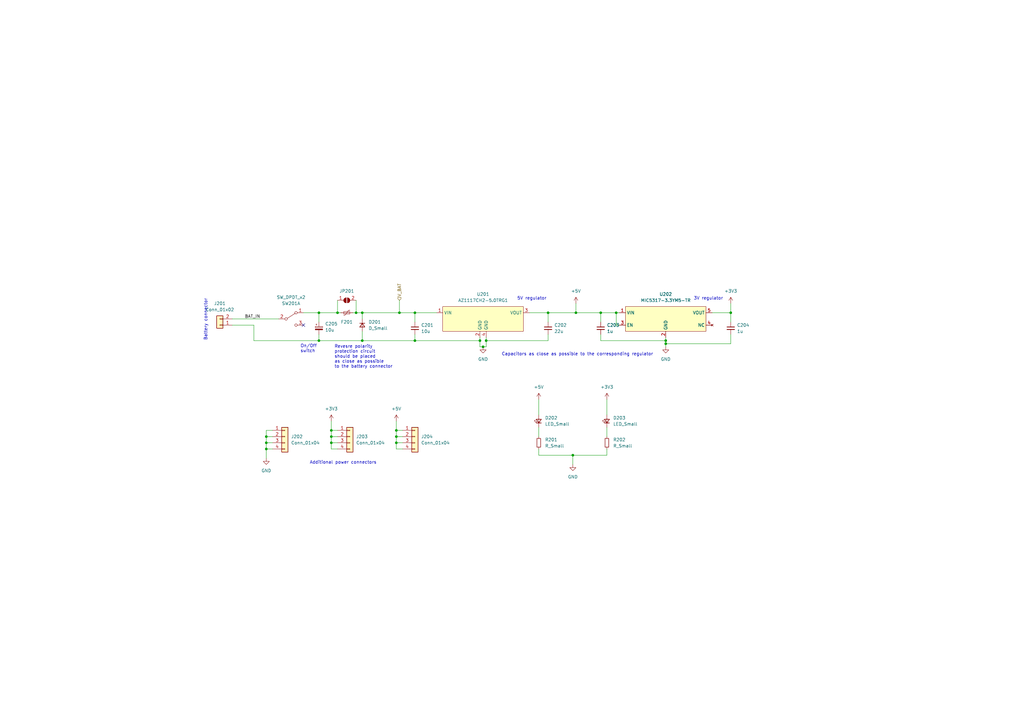
<source format=kicad_sch>
(kicad_sch (version 20211123) (generator eeschema)
  (paper "A3")
  (title_block (title "Projet Robot ESE") (date "2022-10-06") (rev "1.0") (company "ENSEA"))
  (lib_symbols
    (symbol "AZ1117CH2-5.0TRG1:AZ1117CH2-5.0TRG1"
      (property "Reference" "U" (at 0 6.35 0))
      (property "Value" "AZ1117CH2-5.0TRG1" (at 0 8.89 0))
      (symbol "AZ1117CH2-5.0TRG1_0_1"
        (polyline (pts (xy -16.51 2.54) (xy -16.51 5.08) (xy 16.51 5.08) (xy 16.51 -5.08) (xy -16.51 -5.08) (xy -16.51 2.54)) (fill (type background)))
      )
      (symbol "AZ1117CH2-5.0TRG1_1_1"
        (pin power_in line (at -19.05 2.54 0) (length 2.54) (name "VIN") (number "1"))
        (pin power_in line (at -1.27 -7.62 90) (length 2.54) (name "GND") (number "2"))
        (pin power_out line (at 19.05 2.54 180) (length 2.54) (name "VOUT") (number "3"))
        (pin power_out line (at 1.27 -7.62 90) (length 2.54) (name "GND") (number "4"))
      )
    )
    (symbol "Connector_Generic:Conn_01x02" (pin_names (offset 1.016) hide)
      (property "Reference" "J" (at 0 2.54 0))
      (property "Value" "Conn_01x02" (at 0 -5.08 0))
      (symbol "Conn_01x02_1_1"
        (rectangle (start -1.27 -2.413) (end 0 -2.667) (stroke (width 0.1524)))
        (rectangle (start -1.27 0.127) (end 0 -0.127) (stroke (width 0.1524)))
        (rectangle (start -1.27 1.27) (end 1.27 -3.81) (stroke (width 0.254)) (fill (type background)))
        (pin passive line (at -5.08 0 0) (length 3.81) (name "Pin_1") (number "1"))
        (pin passive line (at -5.08 -2.54 0) (length 3.81) (name "Pin_2") (number "2"))
      )
    )
    (symbol "Connector_Generic:Conn_01x04" (pin_names (offset 1.016) hide)
      (property "Reference" "J" (at 0 5.08 0))
      (property "Value" "Conn_01x04" (at 0 -7.62 0))
      (symbol "Conn_01x04_1_1"
        (rectangle (start -1.27 -4.953) (end 0 -5.207) (stroke (width 0.1524)))
        (rectangle (start -1.27 -2.413) (end 0 -2.667) (stroke (width 0.1524)))
        (rectangle (start -1.27 0.127) (end 0 -0.127) (stroke (width 0.1524)))
        (rectangle (start -1.27 2.667) (end 0 2.413) (stroke (width 0.1524)))
        (rectangle (start -1.27 3.81) (end 1.27 -6.35) (stroke (width 0.254)) (fill (type background)))
        (pin passive line (at -5.08 2.54 0) (length 3.81) (name "Pin_1") (number "1"))
        (pin passive line (at -5.08 0 0) (length 3.81) (name "Pin_2") (number "2"))
        (pin passive line (at -5.08 -2.54 0) (length 3.81) (name "Pin_3") (number "3"))
        (pin passive line (at -5.08 -5.08 0) (length 3.81) (name "Pin_4") (number "4"))
      )
    )
    (symbol "Device:C_Polarized_Small" (pin_numbers hide) (pin_names (offset 0.254) hide)
      (property "Reference" "C" (at 0.254 1.778 0))
      (property "Value" "C_Polarized_Small" (at 0.254 -2.032 0))
      (symbol "C_Polarized_Small_0_1"
        (rectangle (start -1.524 -0.3048) (end 1.524 -0.6858) (fill (type outline)))
        (rectangle (start -1.524 0.6858) (end 1.524 0.3048))
        (polyline (pts (xy -1.27 1.524) (xy -0.762 1.524)))
        (polyline (pts (xy -1.016 1.27) (xy -1.016 1.778)))
      )
      (symbol "C_Polarized_Small_1_1"
        (pin passive line (at 0 2.54 270) (length 1.8542) (name "~") (number "1"))
        (pin passive line (at 0 -2.54 90) (length 1.8542) (name "~") (number "2"))
      )
    )
    (symbol "Device:C_Small" (pin_numbers hide) (pin_names (offset 0.254) hide)
      (property "Reference" "C" (at 0.254 1.778 0))
      (property "Value" "C_Small" (at 0.254 -2.032 0))
      (symbol "C_Small_0_1"
        (polyline (pts (xy -1.524 -0.508) (xy 1.524 -0.508)) (stroke (width 0.3302)))
        (polyline (pts (xy -1.524 0.508) (xy 1.524 0.508)) (stroke (width 0.3048)))
      )
      (symbol "C_Small_1_1"
        (pin passive line (at 0 2.54 270) (length 2.032) (name "~") (number "1"))
        (pin passive line (at 0 -2.54 90) (length 2.032) (name "~") (number "2"))
      )
    )
    (symbol "Device:D_Small" (pin_numbers hide) (pin_names (offset 0.254) hide)
      (property "Reference" "D" (at -1.27 2.032 0))
      (property "Value" "D_Small" (at -3.81 -2.032 0))
      (symbol "D_Small_0_1"
        (polyline (pts (xy -0.762 -1.016) (xy -0.762 1.016)) (stroke (width 0.254)))
        (polyline (pts (xy -0.762 0) (xy 0.762 0)))
        (polyline (pts (xy 0.762 -1.016) (xy -0.762 0) (xy 0.762 1.016) (xy 0.762 -1.016)) (stroke (width 0.254)))
      )
      (symbol "D_Small_1_1"
        (pin passive line (at -2.54 0 0) (length 1.778) (name "K") (number "1"))
        (pin passive line (at 2.54 0 180) (length 1.778) (name "A") (number "2"))
      )
    )
    (symbol "Device:LED_Small" (pin_numbers hide) (pin_names (offset 0.254) hide)
      (property "Reference" "D" (at -1.27 3.175 0))
      (property "Value" "LED_Small" (at -4.445 -2.54 0))
      (symbol "LED_Small_0_1"
        (polyline (pts (xy -0.762 -1.016) (xy -0.762 1.016)) (stroke (width 0.254)))
        (polyline (pts (xy 1.016 0) (xy -0.762 0)))
        (polyline (pts (xy 0.762 -1.016) (xy -0.762 0) (xy 0.762 1.016) (xy 0.762 -1.016)) (stroke (width 0.254)))
        (polyline (pts (xy 0 0.762) (xy -0.508 1.27) (xy -0.254 1.27) (xy -0.508 1.27) (xy -0.508 1.016)))
        (polyline (pts (xy 0.508 1.27) (xy 0 1.778) (xy 0.254 1.778) (xy 0 1.778) (xy 0 1.524)))
      )
      (symbol "LED_Small_1_1"
        (pin passive line (at -2.54 0 0) (length 1.778) (name "K") (number "1"))
        (pin passive line (at 2.54 0 180) (length 1.778) (name "A") (number "2"))
      )
    )
    (symbol "Device:Polyfuse_Small" (pin_numbers hide) (pin_names (offset 0))
      (property "Reference" "F" (at -1.905 0 90))
      (property "Value" "Polyfuse_Small" (at 1.905 0 90))
      (symbol "Polyfuse_Small_0_1"
        (rectangle (start -0.508 1.27) (end 0.508 -1.27))
        (polyline (pts (xy 0 2.54) (xy 0 -2.54)))
        (polyline (pts (xy -1.016 1.27) (xy -1.016 0.762) (xy 1.016 -0.762) (xy 1.016 -1.27)))
      )
      (symbol "Polyfuse_Small_1_1"
        (pin passive line (at 0 2.54 270) (length 0.635) (name "~") (number "1"))
        (pin passive line (at 0 -2.54 90) (length 0.635) (name "~") (number "2"))
      )
    )
    (symbol "Device:R_Small" (pin_numbers hide) (pin_names (offset 0.254) hide)
      (property "Reference" "R" (at 0.762 0.508 0))
      (property "Value" "R_Small" (at 0.762 -1.016 0))
      (symbol "R_Small_0_1"
        (rectangle (start -0.762 1.778) (end 0.762 -1.778) (stroke (width 0.2032)))
      )
      (symbol "R_Small_1_1"
        (pin passive line (at 0 2.54 270) (length 0.762) (name "~") (number "1"))
        (pin passive line (at 0 -2.54 90) (length 0.762) (name "~") (number "2"))
      )
    )
    (symbol "Jumper:SolderJumper_2_Open" (pin_names (offset 0) hide)
      (property "Reference" "JP" (at 0 2.032 0))
      (property "Value" "SolderJumper_2_Open" (at 0 -2.54 0))
      (symbol "SolderJumper_2_Open_0_1"
        (arc (start -0.254 1.016) (mid -1.27 0) (end -0.254 -1.016))
        (arc (start -0.254 1.016) (mid -1.27 0) (end -0.254 -1.016) (fill (type outline)))
        (polyline (pts (xy -0.254 1.016) (xy -0.254 -1.016)))
        (polyline (pts (xy 0.254 1.016) (xy 0.254 -1.016)))
        (arc (start 0.254 -1.016) (mid 1.27 0) (end 0.254 1.016))
        (arc (start 0.254 -1.016) (mid 1.27 0) (end 0.254 1.016) (fill (type outline)))
      )
      (symbol "SolderJumper_2_Open_1_1"
        (pin passive line (at -3.81 0 0) (length 2.54) (name "A") (number "1"))
        (pin passive line (at 3.81 0 180) (length 2.54) (name "B") (number "2"))
      )
    )
    (symbol "MIC5317-3.3YM5-TR:MIC5317-3.3YM5-TR"
      (property "Reference" "U" (at 0 11.43 0))
      (property "Value" "MIC5317-3.3YM5-TR" (at 0 13.97 0))
      (symbol "MIC5317-3.3YM5-TR_0_1"
        (polyline (pts (xy 16.51 7.62) (xy 16.51 10.16) (xy -16.51 10.16) (xy -16.51 0) (xy 16.51 0) (xy 16.51 7.62)) (fill (type background)))
      )
      (symbol "MIC5317-3.3YM5-TR_1_1"
        (pin power_in line (at -19.05 7.62 0) (length 2.54) (name "VIN") (number "1"))
        (pin power_in line (at 0 -2.54 90) (length 2.54) (name "GND") (number "2"))
        (pin bidirectional line (at -19.05 2.54 0) (length 2.54) (name "EN") (number "3"))
        (pin no_connect line (at 19.05 2.54 180) (length 2.54) (name "NC") (number "4"))
        (pin power_out line (at 19.05 7.62 180) (length 2.54) (name "VOUT") (number "5"))
      )
    )
    (symbol "Switch:SW_DPDT_x2" (pin_names (offset 0) hide)
      (property "Reference" "SW" (at 0 4.318 0))
      (property "Value" "SW_DPDT_x2" (at 0 -5.08 0))
      (symbol "SW_DPDT_x2_0_0"
        (circle (center -2.032 0) (radius 0.508))
        (circle (center 2.032 -2.54) (radius 0.508))
      )
      (symbol "SW_DPDT_x2_0_1"
        (polyline (pts (xy -1.524 0.254) (xy 1.651 2.286)))
        (circle (center 2.032 2.54) (radius 0.508))
      )
      (symbol "SW_DPDT_x2_1_1"
        (pin passive line (at 5.08 2.54 180) (length 2.54) (name "A") (number "1"))
        (pin passive line (at -5.08 0 0) (length 2.54) (name "B") (number "2"))
        (pin passive line (at 5.08 -2.54 180) (length 2.54) (name "C") (number "3"))
      )
      (symbol "SW_DPDT_x2_2_1"
        (pin passive line (at 5.08 2.54 180) (length 2.54) (name "A") (number "4"))
        (pin passive line (at -5.08 0 0) (length 2.54) (name "B") (number "5"))
        (pin passive line (at 5.08 -2.54 180) (length 2.54) (name "C") (number "6"))
      )
    )
    (symbol "power:+3V3" (power) (pin_names (offset 0))
      (property "Value" "+3V3" (at 0 3.556 0))
      (symbol "+3V3_0_1"
        (polyline (pts (xy -0.762 1.27) (xy 0 2.54)))
        (polyline (pts (xy 0 0) (xy 0 2.54)))
        (polyline (pts (xy 0 2.54) (xy 0.762 1.27)))
      )
      (symbol "+3V3_1_1"
        (pin power_in line (at 0 0 90) (length 0) hide (name "+3V3") (number "1"))
      )
    )
    (symbol "power:+5V" (power) (pin_names (offset 0))
      (property "Value" "+5V" (at 0 3.556 0))
      (symbol "+5V_0_1"
        (polyline (pts (xy -0.762 1.27) (xy 0 2.54)))
        (polyline (pts (xy 0 0) (xy 0 2.54)))
        (polyline (pts (xy 0 2.54) (xy 0.762 1.27)))
      )
      (symbol "+5V_1_1"
        (pin power_in line (at 0 0 90) (length 0) hide (name "+5V") (number "1"))
      )
    )
    (symbol "power:GND" (power) (pin_names (offset 0))
      (property "Value" "GND" (at 0 -3.81 0))
      (symbol "GND_0_1"
        (polyline (pts (xy 0 0) (xy 0 -1.27) (xy 1.27 -1.27) (xy 0 -2.54) (xy -1.27 -1.27) (xy 0 -1.27)))
      )
      (symbol "GND_1_1"
        (pin power_in line (at 0 0 270) (length 0) hide (name "GND") (number "1"))
      )
    )
  )
  (junction (at 130.81 139.7))
  (junction (at 196.85 139.7))
  (junction (at 246.38 128.27))
  (junction (at 135.89 181.61))
  (junction (at 109.22 181.61))
  (junction (at 162.56 181.61))
  (junction (at 224.79 128.27))
  (junction (at 236.22 128.27))
  (junction (at 162.56 176.53))
  (junction (at 130.81 128.27))
  (junction (at 273.05 140.97))
  (junction (at 170.18 139.7))
  (junction (at 109.22 184.15))
  (junction (at 148.59 139.7))
  (junction (at 162.56 179.07))
  (junction (at 199.39 139.7))
  (junction (at 148.59 128.27))
  (junction (at 135.89 176.53))
  (junction (at 252.73 128.27))
  (junction (at 273.05 139.7))
  (junction (at 234.95 186.69))
  (junction (at 299.72 128.27))
  (junction (at 198.12 142.24))
  (junction (at 109.22 179.07))
  (junction (at 163.83 128.27))
  (junction (at 138.43 128.27))
  (junction (at 135.89 179.07))
  (junction (at 146.05 128.27))
  (junction (at 170.18 128.27))
  (no_connect (at 124.46 133.35))
  (wire (pts (xy 196.85 142.24) (xy 198.12 142.24)))
  (wire (pts (xy 224.79 128.27) (xy 224.79 132.08)))
  (wire (pts (xy 299.72 137.16) (xy 299.72 140.97)))
  (wire (pts (xy 246.38 137.16) (xy 246.38 139.7)))
  (wire (pts (xy 109.22 184.15) (xy 109.22 187.96)))
  (wire (pts (xy 199.39 139.7) (xy 224.79 139.7)))
  (wire (pts (xy 220.98 186.69) (xy 234.95 186.69)))
  (wire (pts (xy 170.18 128.27) (xy 170.18 132.08)))
  (wire (pts (xy 299.72 128.27) (xy 292.1 128.27)))
  (wire (pts (xy 109.22 176.53) (xy 111.76 176.53)))
  (wire (pts (xy 220.98 163.83) (xy 220.98 170.18)))
  (wire (pts (xy 248.92 175.26) (xy 248.92 179.07)))
  (wire (pts (xy 236.22 124.46) (xy 236.22 128.27)))
  (wire (pts (xy 162.56 179.07) (xy 165.1 179.07)))
  (wire (pts (xy 220.98 186.69) (xy 220.98 184.15)))
  (wire (pts (xy 199.39 138.43) (xy 199.39 139.7)))
  (wire (pts (xy 104.14 133.35) (xy 95.25 133.35)))
  (wire (pts (xy 248.92 163.83) (xy 248.92 170.18)))
  (wire (pts (xy 254 133.35) (xy 252.73 133.35)))
  (wire (pts (xy 248.92 184.15) (xy 248.92 186.69)))
  (wire (pts (xy 246.38 128.27) (xy 252.73 128.27)))
  (wire (pts (xy 224.79 137.16) (xy 224.79 139.7)))
  (wire (pts (xy 162.56 172.72) (xy 162.56 176.53)))
  (wire (pts (xy 199.39 139.7) (xy 199.39 142.24)))
  (wire (pts (xy 135.89 181.61) (xy 138.43 181.61)))
  (wire (pts (xy 135.89 179.07) (xy 138.43 179.07)))
  (wire (pts (xy 236.22 128.27) (xy 246.38 128.27)))
  (wire (pts (xy 135.89 184.15) (xy 135.89 181.61)))
  (wire (pts (xy 138.43 123.19) (xy 138.43 128.27)))
  (wire (pts (xy 148.59 128.27) (xy 163.83 128.27)))
  (wire (pts (xy 162.56 176.53) (xy 165.1 176.53)))
  (wire (pts (xy 135.89 176.53) (xy 138.43 176.53)))
  (wire (pts (xy 252.73 128.27) (xy 252.73 133.35)))
  (wire (pts (xy 163.83 128.27) (xy 170.18 128.27)))
  (wire (pts (xy 130.81 139.7) (xy 148.59 139.7)))
  (wire (pts (xy 95.25 130.81) (xy 114.3 130.81)))
  (wire (pts (xy 109.22 181.61) (xy 109.22 179.07)))
  (wire (pts (xy 273.05 139.7) (xy 273.05 140.97)))
  (wire (pts (xy 109.22 179.07) (xy 111.76 179.07)))
  (wire (pts (xy 146.05 123.19) (xy 146.05 128.27)))
  (wire (pts (xy 146.05 128.27) (xy 148.59 128.27)))
  (wire (pts (xy 170.18 137.16) (xy 170.18 139.7)))
  (wire (pts (xy 170.18 128.27) (xy 179.07 128.27)))
  (wire (pts (xy 109.22 179.07) (xy 109.22 176.53)))
  (wire (pts (xy 299.72 124.46) (xy 299.72 128.27)))
  (wire (pts (xy 138.43 128.27) (xy 139.7 128.27)))
  (wire (pts (xy 217.17 128.27) (xy 224.79 128.27)))
  (wire (pts (xy 234.95 186.69) (xy 234.95 190.5)))
  (wire (pts (xy 273.05 140.97) (xy 273.05 142.24)))
  (wire (pts (xy 246.38 132.08) (xy 246.38 128.27)))
  (wire (pts (xy 135.89 172.72) (xy 135.89 176.53)))
  (wire (pts (xy 138.43 184.15) (xy 135.89 184.15)))
  (wire (pts (xy 246.38 139.7) (xy 273.05 139.7)))
  (wire (pts (xy 144.78 128.27) (xy 146.05 128.27)))
  (wire (pts (xy 299.72 140.97) (xy 273.05 140.97)))
  (wire (pts (xy 109.22 181.61) (xy 111.76 181.61)))
  (wire (pts (xy 163.83 123.19) (xy 163.83 128.27)))
  (wire (pts (xy 170.18 139.7) (xy 196.85 139.7)))
  (wire (pts (xy 162.56 181.61) (xy 162.56 179.07)))
  (wire (pts (xy 252.73 128.27) (xy 254 128.27)))
  (wire (pts (xy 104.14 139.7) (xy 104.14 133.35)))
  (wire (pts (xy 130.81 128.27) (xy 130.81 132.08)))
  (wire (pts (xy 162.56 184.15) (xy 162.56 181.61)))
  (wire (pts (xy 196.85 138.43) (xy 196.85 139.7)))
  (wire (pts (xy 135.89 179.07) (xy 135.89 176.53)))
  (wire (pts (xy 224.79 128.27) (xy 236.22 128.27)))
  (wire (pts (xy 234.95 186.69) (xy 248.92 186.69)))
  (wire (pts (xy 111.76 184.15) (xy 109.22 184.15)))
  (wire (pts (xy 165.1 184.15) (xy 162.56 184.15)))
  (wire (pts (xy 148.59 139.7) (xy 170.18 139.7)))
  (wire (pts (xy 148.59 135.89) (xy 148.59 139.7)))
  (wire (pts (xy 299.72 132.08) (xy 299.72 128.27)))
  (wire (pts (xy 273.05 138.43) (xy 273.05 139.7)))
  (wire (pts (xy 162.56 181.61) (xy 165.1 181.61)))
  (wire (pts (xy 109.22 184.15) (xy 109.22 181.61)))
  (wire (pts (xy 162.56 179.07) (xy 162.56 176.53)))
  (wire (pts (xy 199.39 142.24) (xy 198.12 142.24)))
  (wire (pts (xy 196.85 139.7) (xy 196.85 142.24)))
  (wire (pts (xy 104.14 139.7) (xy 130.81 139.7)))
  (wire (pts (xy 220.98 175.26) (xy 220.98 179.07)))
  (wire (pts (xy 124.46 128.27) (xy 130.81 128.27)))
  (wire (pts (xy 135.89 181.61) (xy 135.89 179.07)))
  (wire (pts (xy 130.81 137.16) (xy 130.81 139.7)))
  (wire (pts (xy 148.59 128.27) (xy 148.59 130.81)))
  (wire (pts (xy 130.81 128.27) (xy 138.43 128.27)))
  (text "Additional power connectors" (at 127 190.5 0) (effects (font (size 1.27 1.27)) (justify left bottom)))
  (text "3V regulator\n" (at 284.48 123.19 0) (effects (font (size 1.27 1.27)) (justify left bottom)))
  (text "Revesre polarity \nprotection circuit\nshould be placed \nas close as possible\nto the battery connector\n" (at 137.16 151.13 0) (effects (font (size 1.27 1.27)) (justify left bottom)))
  (text "On/Off\nswitch\n" (at 123.19 144.78 0) (effects (font (size 1.27 1.27)) (justify left bottom)))
  (text "Capacitors as close as possible to the corresponding regulator" (at 205.74 146.05 0) (effects (font (size 1.27 1.27)) (justify left bottom)))
  (text "Battery connector" (at 85.09 139.7 90) (effects (font (size 1.27 1.27)) (justify left bottom)))
  (text "5V regulator" (at 212.09 123.19 0) (effects (font (size 1.27 1.27)) (justify left bottom)))
  (label "BAT_IN" (at 100.33 130.81 0))
  (hierarchical_label "V_BAT" (shape input) (at 163.83 123.19 90))
  (symbol (lib_id "Device:LED_Small") (at 220.98 172.72 90) (unit 1)
    (property "Reference" "D202" (at 223.52 171.3864 90) (effects (justify right)))
    (property "Value" "LED_Small" (at 223.52 173.9264 90) (effects (justify right)))
    (property "Footprint" "LED_SMD:LED_0603_1608Metric_Pad1.05x0.95mm_HandSolder" (effects hide))
  )
  (symbol (lib_id "power:+5V") (at 236.22 124.46 0) (unit 1)
    (property "Reference" "#PWR0202" (effects hide))
    (property "Value" "+5V" (at 236.22 119.38 0))
  )
  (symbol (lib_id "power:+3V3") (at 299.72 124.46 0) (unit 1)
    (property "Reference" "#PWR0204" (effects hide))
    (property "Value" "+3V3" (at 299.72 119.38 0))
  )
  (symbol (lib_id "Device:C_Polarized_Small") (at 130.81 134.62 0) (unit 1)
    (property "Reference" "C205" (at 133.35 132.8038 0) (effects (justify left)))
    (property "Value" "10u" (at 133.35 135.3438 0) (effects (justify left)))
    (property "Footprint" "Capacitor_THT:CP_Radial_D6.3mm_P2.50mm" (effects hide))
  )
  (symbol (lib_id "Connector_Generic:Conn_01x04") (at 116.84 179.07 0) (unit 1)
    (property "Reference" "J202" (at 119.38 179.0699 0) (effects (justify left)))
    (property "Value" "Conn_01x04" (at 119.38 181.6099 0) (effects (justify left)))
    (property "Footprint" "Connector_PinSocket_2.54mm:PinSocket_1x04_P2.54mm_Vertical" (effects hide))
  )
  (symbol (lib_id "Device:C_Small") (at 224.79 134.62 0) (unit 1)
    (property "Reference" "C202" (at 227.33 133.3562 0) (effects (justify left)))
    (property "Value" "22u" (at 227.33 135.8962 0) (effects (justify left)))
    (property "Footprint" "Capacitor_SMD:C_0603_1608Metric_Pad1.08x0.95mm_HandSolder" (effects hide))
  )
  (symbol (lib_id "Connector_Generic:Conn_01x02") (at 90.17 133.35 180) (unit 1)
    (property "Reference" "J201" (at 90.17 124.46 0))
    (property "Value" "Conn_01x02" (at 90.17 127 0))
    (property "Footprint" "Connector_JST:JST_XH_B2B-XH-A_1x02_P2.50mm_Vertical" (effects hide))
  )
  (symbol (lib_id "Jumper:SolderJumper_2_Open") (at 142.24 123.19 0) (unit 1)
    (property "Reference" "JP201" (at 142.24 119.38 0))
    (property "Value" "SolderJumper_2_Open" (effects hide))
    (property "Footprint" "Jumper:SolderJumper-2_P1.3mm_Open_TrianglePad1.0x1.5mm" (effects hide))
  )
  (symbol (lib_id "power:GND") (at 109.22 187.96 0) (unit 1)
    (property "Reference" "#PWR0205" (effects hide))
    (property "Value" "GND" (at 109.22 193.04 0))
  )
  (symbol (lib_id "power:+3V3") (at 248.92 163.83 0) (unit 1)
    (property "Reference" "#PWR0210" (effects hide))
    (property "Value" "+3V3" (at 248.92 158.75 0))
  )
  (symbol (lib_id "Device:D_Small") (at 148.59 133.35 270) (unit 1)
    (property "Reference" "D201" (at 151.13 132.0799 90) (effects (justify left)))
    (property "Value" "D_Small" (at 151.13 134.6199 90) (effects (justify left)))
    (property "Footprint" "Diode_SMD:D_0603_1608Metric_Pad1.05x0.95mm_HandSolder" (effects hide))
  )
  (symbol (lib_id "Device:R_Small") (at 248.92 181.61 0) (unit 1)
    (property "Reference" "R202" (at 251.46 180.3399 0) (effects (justify left)))
    (property "Value" "R_Small" (at 251.46 182.8799 0) (effects (justify left)))
    (property "Footprint" "Resistor_SMD:R_0603_1608Metric_Pad0.98x0.95mm_HandSolder" (effects hide))
  )
  (symbol (lib_id "power:+5V") (at 220.98 163.83 0) (unit 1)
    (property "Reference" "#PWR0208" (effects hide))
    (property "Value" "+5V" (at 220.98 158.75 0))
  )
  (symbol (lib_id "Device:R_Small") (at 220.98 181.61 0) (unit 1)
    (property "Reference" "R201" (at 223.52 180.3399 0) (effects (justify left)))
    (property "Value" "R_Small" (at 223.52 182.8799 0) (effects (justify left)))
    (property "Footprint" "Resistor_SMD:R_0603_1608Metric_Pad0.98x0.95mm_HandSolder" (effects hide))
  )
  (symbol (lib_id "MIC5317-3.3YM5-TR:MIC5317-3.3YM5-TR") (at 273.05 135.89 0) (unit 1)
    (property "Reference" "U202" (at 273.05 120.65 0))
    (property "Value" "MIC5317-3.3YM5-TR" (at 273.05 123.19 0))
    (property "Footprint" "Package_TO_SOT_SMD:SOT-23-5_HandSoldering" (effects hide))
  )
  (symbol (lib_id "Connector_Generic:Conn_01x04") (at 170.18 179.07 0) (unit 1)
    (property "Reference" "J204" (at 172.72 179.0699 0) (effects (justify left)))
    (property "Value" "Conn_01x04" (at 172.72 181.6099 0) (effects (justify left)))
    (property "Footprint" "Connector_PinSocket_2.54mm:PinSocket_1x04_P2.54mm_Vertical" (effects hide))
  )
  (symbol (lib_id "Device:C_Small") (at 299.72 134.62 0) (unit 1)
    (property "Reference" "C204" (at 302.26 133.3562 0) (effects (justify left)))
    (property "Value" "1u" (at 302.26 135.8962 0) (effects (justify left)))
    (property "Footprint" "Capacitor_SMD:C_0603_1608Metric_Pad1.08x0.95mm_HandSolder" (effects hide))
  )
  (symbol (lib_id "Device:Polyfuse_Small") (at 142.24 128.27 90) (unit 1)
    (property "Reference" "F201" (at 142.24 132.08 90))
    (property "Value" "Polyfuse_Small" (effects hide))
    (property "Footprint" "Fuse:Fuse_1206_3216Metric_Pad1.42x1.75mm_HandSolder" (effects hide))
  )
  (symbol (lib_id "Device:C_Small") (at 246.38 134.62 0) (unit 1)
    (property "Reference" "C203" (at 248.92 133.3562 0) (effects (justify left)))
    (property "Value" "1u" (at 248.92 135.8962 0) (effects (justify left)))
    (property "Footprint" "Capacitor_SMD:C_0603_1608Metric_Pad1.08x0.95mm_HandSolder" (effects hide))
  )
  (symbol (lib_id "power:GND") (at 198.12 142.24 0) (unit 1)
    (property "Reference" "#PWR0201" (effects hide))
    (property "Value" "GND" (at 198.12 147.32 0))
  )
  (symbol (lib_id "AZ1117CH2-5.0TRG1:AZ1117CH2-5.0TRG1") (at 198.12 130.81 0) (unit 1)
    (property "Reference" "U201" (at 198.12 120.65 0))
    (property "Value" "AZ1117CH2-5.0TRG1" (at 198.12 123.19 0))
    (property "Footprint" "Package_TO_SOT_SMD:SOT-223" (effects hide))
  )
  (symbol (lib_id "power:GND") (at 273.05 142.24 0) (unit 1)
    (property "Reference" "#PWR0203" (effects hide))
    (property "Value" "GND" (at 273.05 147.32 0))
  )
  (symbol (lib_id "power:+5V") (at 162.56 172.72 0) (unit 1)
    (property "Reference" "#PWR0207" (effects hide))
    (property "Value" "+5V" (at 162.56 167.64 0))
  )
  (symbol (lib_id "Device:C_Small") (at 170.18 134.62 0) (unit 1)
    (property "Reference" "C201" (at 172.72 133.3562 0) (effects (justify left)))
    (property "Value" "10u" (at 172.72 135.8962 0) (effects (justify left)))
    (property "Footprint" "Capacitor_SMD:C_0603_1608Metric_Pad1.08x0.95mm_HandSolder" (effects hide))
  )
  (symbol (lib_id "Connector_Generic:Conn_01x04") (at 143.51 179.07 0) (unit 1)
    (property "Reference" "J203" (at 146.05 179.0699 0) (effects (justify left)))
    (property "Value" "Conn_01x04" (at 146.05 181.6099 0) (effects (justify left)))
    (property "Footprint" "Connector_PinSocket_2.54mm:PinSocket_1x04_P2.54mm_Vertical" (effects hide))
  )
  (symbol (lib_id "Switch:SW_DPDT_x2") (at 119.38 130.81 0) (unit 1)
    (property "Reference" "SW201" (at 119.38 124.46 0))
    (property "Value" "SW_DPDT_x2" (at 119.38 121.92 0))
    (property "Footprint" "SamacSys_Parts:1A11-NF5STSE-B" (effects hide))
  )
  (symbol (lib_id "power:+3V3") (at 135.89 172.72 0) (unit 1)
    (property "Reference" "#PWR0206" (effects hide))
    (property "Value" "+3V3" (at 135.89 167.64 0))
  )
  (symbol (lib_id "power:GND") (at 234.95 190.5 0) (unit 1)
    (property "Reference" "#PWR0209" (effects hide))
    (property "Value" "GND" (at 234.95 195.58 0))
  )
  (symbol (lib_id "Device:LED_Small") (at 248.92 172.72 90) (unit 1)
    (property "Reference" "D203" (at 251.46 171.3864 90) (effects (justify right)))
    (property "Value" "LED_Small" (at 251.46 173.9264 90) (effects (justify right)))
    (property "Footprint" "LED_SMD:LED_0603_1608Metric_Pad1.05x0.95mm_HandSolder" (effects hide))
  )
)
</source>
